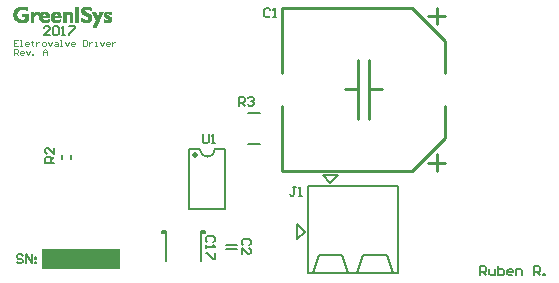
<source format=gto>
%FSLAX25Y25*%
%MOIN*%
G70*
G01*
G75*
G04 Layer_Color=65535*
%ADD10R,0.09449X0.12205*%
%ADD11R,0.08661X0.01969*%
G04:AMPARAMS|DCode=12|XSize=39.37mil|YSize=35.43mil|CornerRadius=4.43mil|HoleSize=0mil|Usage=FLASHONLY|Rotation=0.000|XOffset=0mil|YOffset=0mil|HoleType=Round|Shape=RoundedRectangle|*
%AMROUNDEDRECTD12*
21,1,0.03937,0.02658,0,0,0.0*
21,1,0.03051,0.03543,0,0,0.0*
1,1,0.00886,0.01526,-0.01329*
1,1,0.00886,-0.01526,-0.01329*
1,1,0.00886,-0.01526,0.01329*
1,1,0.00886,0.01526,0.01329*
%
%ADD12ROUNDEDRECTD12*%
G04:AMPARAMS|DCode=13|XSize=106.3mil|YSize=51.18mil|CornerRadius=6.4mil|HoleSize=0mil|Usage=FLASHONLY|Rotation=90.000|XOffset=0mil|YOffset=0mil|HoleType=Round|Shape=RoundedRectangle|*
%AMROUNDEDRECTD13*
21,1,0.10630,0.03839,0,0,90.0*
21,1,0.09350,0.05118,0,0,90.0*
1,1,0.01280,0.01919,0.04675*
1,1,0.01280,0.01919,-0.04675*
1,1,0.01280,-0.01919,-0.04675*
1,1,0.01280,-0.01919,0.04675*
%
%ADD13ROUNDEDRECTD13*%
G04:AMPARAMS|DCode=14|XSize=90.55mil|YSize=70.87mil|CornerRadius=8.86mil|HoleSize=0mil|Usage=FLASHONLY|Rotation=0.000|XOffset=0mil|YOffset=0mil|HoleType=Round|Shape=RoundedRectangle|*
%AMROUNDEDRECTD14*
21,1,0.09055,0.05315,0,0,0.0*
21,1,0.07284,0.07087,0,0,0.0*
1,1,0.01772,0.03642,-0.02658*
1,1,0.01772,-0.03642,-0.02658*
1,1,0.01772,-0.03642,0.02658*
1,1,0.01772,0.03642,0.02658*
%
%ADD14ROUNDEDRECTD14*%
G04:AMPARAMS|DCode=15|XSize=224.41mil|YSize=78.74mil|CornerRadius=9.84mil|HoleSize=0mil|Usage=FLASHONLY|Rotation=0.000|XOffset=0mil|YOffset=0mil|HoleType=Round|Shape=RoundedRectangle|*
%AMROUNDEDRECTD15*
21,1,0.22441,0.05906,0,0,0.0*
21,1,0.20472,0.07874,0,0,0.0*
1,1,0.01969,0.10236,-0.02953*
1,1,0.01969,-0.10236,-0.02953*
1,1,0.01969,-0.10236,0.02953*
1,1,0.01969,0.10236,0.02953*
%
%ADD15ROUNDEDRECTD15*%
%ADD16C,0.02000*%
%ADD17C,0.03543*%
%ADD18C,0.02756*%
%ADD19C,0.01500*%
%ADD20C,0.01800*%
%ADD21C,0.04000*%
G04:AMPARAMS|DCode=22|XSize=100mil|YSize=100mil|CornerRadius=12.5mil|HoleSize=0mil|Usage=FLASHONLY|Rotation=270.000|XOffset=0mil|YOffset=0mil|HoleType=Round|Shape=RoundedRectangle|*
%AMROUNDEDRECTD22*
21,1,0.10000,0.07500,0,0,270.0*
21,1,0.07500,0.10000,0,0,270.0*
1,1,0.02500,-0.03750,-0.03750*
1,1,0.02500,-0.03750,0.03750*
1,1,0.02500,0.03750,0.03750*
1,1,0.02500,0.03750,-0.03750*
%
%ADD22ROUNDEDRECTD22*%
%ADD23C,0.10000*%
%ADD24C,0.03150*%
%ADD25C,0.02362*%
%ADD26R,0.11811X0.03937*%
%ADD27R,0.07874X0.02756*%
%ADD28C,0.00787*%
%ADD29C,0.00050*%
%ADD30C,0.01969*%
%ADD31C,0.00500*%
%ADD32C,0.01000*%
%ADD33C,0.00600*%
%ADD34C,0.00300*%
%ADD35R,0.26000X0.07000*%
D28*
X557976Y149054D02*
G03*
X562976Y149054I2500J0D01*
G01*
X554400Y129054D02*
Y149054D01*
Y129054D02*
X566300D01*
Y149054D01*
X562976D02*
X566300D01*
X554400D02*
X557976D01*
D29*
X498200Y196600D02*
X499100D01*
X519750D02*
X520550D01*
X497950Y196550D02*
X499400D01*
X516500D02*
X517500D01*
X519500D02*
X520800D01*
X497750Y196500D02*
X499650D01*
X516500D02*
X517500D01*
X519350D02*
X520950D01*
X497550Y196450D02*
X499850D01*
X516500D02*
X517500D01*
X519200D02*
X521150D01*
X497400Y196400D02*
X500000D01*
X516500D02*
X517500D01*
X519100D02*
X521250D01*
X497300Y196350D02*
X500150D01*
X516500D02*
X517500D01*
X519050D02*
X521350D01*
X497200Y196300D02*
X500300D01*
X516500D02*
X517500D01*
X518950D02*
X521500D01*
X497100Y196250D02*
X500400D01*
X516500D02*
X517500D01*
X518900D02*
X521550D01*
X497000Y196200D02*
X500500D01*
X516500D02*
X517500D01*
X518850D02*
X521550D01*
X496900Y196150D02*
X500500D01*
X516500D02*
X517500D01*
X518800D02*
X521550D01*
X496850Y196100D02*
X500500D01*
X516500D02*
X517500D01*
X518750D02*
X521550D01*
X496800Y196050D02*
X500500D01*
X516500D02*
X517500D01*
X518700D02*
X521550D01*
X496700Y196000D02*
X500500D01*
X516500D02*
X517500D01*
X518650D02*
X521550D01*
X496650Y195950D02*
X500500D01*
X516500D02*
X517500D01*
X518600D02*
X521550D01*
X496600Y195900D02*
X500500D01*
X516500D02*
X517500D01*
X518600D02*
X521550D01*
X496550Y195850D02*
X500500D01*
X516500D02*
X517500D01*
X518550D02*
X519900D01*
X520450D02*
X521550D01*
X496500Y195800D02*
X500500D01*
X516500D02*
X517500D01*
X518500D02*
X519750D01*
X520650D02*
X521550D01*
X496450Y195750D02*
X498200D01*
X499250D02*
X500500D01*
X516500D02*
X517500D01*
X518500D02*
X519600D01*
X520850D02*
X521550D01*
X496400Y195700D02*
X498000D01*
X499500D02*
X500500D01*
X516500D02*
X517500D01*
X518500D02*
X519550D01*
X520950D02*
X521550D01*
X496350Y195650D02*
X497900D01*
X499700D02*
X500500D01*
X516500D02*
X517500D01*
X518450D02*
X519500D01*
X521100D02*
X521550D01*
X496300Y195600D02*
X497750D01*
X499850D02*
X500500D01*
X516500D02*
X517500D01*
X518450D02*
X519450D01*
X521200D02*
X521550D01*
X496250Y195550D02*
X497650D01*
X500000D02*
X500500D01*
X516500D02*
X517500D01*
X518450D02*
X519400D01*
X521300D02*
X521550D01*
X496250Y195500D02*
X497550D01*
X500100D02*
X500500D01*
X516500D02*
X517500D01*
X518450D02*
X519400D01*
X521400D02*
X521550D01*
X496200Y195450D02*
X497500D01*
X500250D02*
X500500D01*
X516500D02*
X517500D01*
X518400D02*
X519400D01*
X521500D02*
X521550D01*
X496150Y195400D02*
X497450D01*
X500350D02*
X500500D01*
X516500D02*
X517500D01*
X518400D02*
X519350D01*
X496150Y195350D02*
X497350D01*
X500450D02*
X500500D01*
X516500D02*
X517500D01*
X518400D02*
X519350D01*
X496100Y195300D02*
X497300D01*
X516500D02*
X517500D01*
X518400D02*
X519350D01*
X496100Y195250D02*
X497250D01*
X516500D02*
X517500D01*
X518400D02*
X519350D01*
X496050Y195200D02*
X497200D01*
X516500D02*
X517500D01*
X518400D02*
X519400D01*
X496050Y195150D02*
X497150D01*
X516500D02*
X517500D01*
X518400D02*
X519400D01*
X496000Y195100D02*
X497150D01*
X516500D02*
X517500D01*
X518400D02*
X519450D01*
X496000Y195050D02*
X497100D01*
X516500D02*
X517500D01*
X518400D02*
X519450D01*
X495950Y195000D02*
X497050D01*
X516500D02*
X517500D01*
X518450D02*
X519500D01*
X495950Y194950D02*
X497050D01*
X516500D02*
X517500D01*
X518450D02*
X519550D01*
X495900Y194900D02*
X497000D01*
X503300D02*
X503750D01*
X505700D02*
X506450D01*
X509600D02*
X510300D01*
X514000D02*
X514600D01*
X516500D02*
X517500D01*
X518450D02*
X519600D01*
X526800D02*
X527500D01*
X495900Y194850D02*
X496950D01*
X501600D02*
X502450D01*
X503200D02*
X503850D01*
X505500D02*
X506600D01*
X509400D02*
X510500D01*
X512300D02*
X513200D01*
X513850D02*
X514750D01*
X516500D02*
X517500D01*
X518450D02*
X519650D01*
X522050D02*
X523000D01*
X524600D02*
X525550D01*
X526600D02*
X527700D01*
X495900Y194800D02*
X496950D01*
X501600D02*
X502450D01*
X503100D02*
X503950D01*
X505350D02*
X506750D01*
X509250D02*
X510650D01*
X512300D02*
X513200D01*
X513700D02*
X514850D01*
X516500D02*
X517500D01*
X518500D02*
X519750D01*
X522050D02*
X523000D01*
X524600D02*
X525550D01*
X526450D02*
X527900D01*
X495850Y194750D02*
X496950D01*
X501600D02*
X502450D01*
X503050D02*
X504050D01*
X505250D02*
X506900D01*
X509150D02*
X510750D01*
X512300D02*
X513200D01*
X513600D02*
X514950D01*
X516500D02*
X517500D01*
X518500D02*
X519850D01*
X522100D02*
X523050D01*
X524550D02*
X525500D01*
X526350D02*
X528000D01*
X495850Y194700D02*
X496900D01*
X501600D02*
X502450D01*
X502950D02*
X504100D01*
X505150D02*
X506950D01*
X509050D02*
X510850D01*
X512300D02*
X513200D01*
X513550D02*
X515000D01*
X516500D02*
X517500D01*
X518500D02*
X519900D01*
X522100D02*
X523050D01*
X524550D02*
X525500D01*
X526250D02*
X528100D01*
X495850Y194650D02*
X496900D01*
X501600D02*
X502450D01*
X502900D02*
X504200D01*
X505100D02*
X507050D01*
X508950D02*
X510900D01*
X512300D02*
X513200D01*
X513450D02*
X515050D01*
X516500D02*
X517500D01*
X518550D02*
X520000D01*
X522150D02*
X523100D01*
X524500D02*
X525450D01*
X526200D02*
X528200D01*
X495850Y194600D02*
X496850D01*
X501600D02*
X502450D01*
X502850D02*
X504250D01*
X505000D02*
X507100D01*
X508900D02*
X511000D01*
X512300D02*
X513200D01*
X513400D02*
X515100D01*
X516500D02*
X517500D01*
X518550D02*
X520150D01*
X522150D02*
X523100D01*
X524500D02*
X525450D01*
X526150D02*
X528200D01*
X495800Y194550D02*
X496850D01*
X501600D02*
X502450D01*
X502850D02*
X504250D01*
X504950D02*
X507150D01*
X508850D02*
X511050D01*
X512300D02*
X513200D01*
X513350D02*
X515150D01*
X516500D02*
X517500D01*
X518600D02*
X520250D01*
X522200D02*
X523150D01*
X524450D02*
X525400D01*
X526100D02*
X528200D01*
X495800Y194500D02*
X496850D01*
X501600D02*
X502450D01*
X502800D02*
X504250D01*
X504900D02*
X507200D01*
X508800D02*
X511100D01*
X512300D02*
X513200D01*
X513300D02*
X515200D01*
X516500D02*
X517500D01*
X518600D02*
X520350D01*
X522200D02*
X523150D01*
X524450D02*
X525400D01*
X526050D02*
X528200D01*
X495800Y194450D02*
X496800D01*
X501600D02*
X502450D01*
X502750D02*
X504200D01*
X504850D02*
X507250D01*
X508750D02*
X511150D01*
X512300D02*
X513200D01*
X513250D02*
X515250D01*
X516500D02*
X517500D01*
X518650D02*
X520450D01*
X522250D02*
X523150D01*
X524450D02*
X525350D01*
X526000D02*
X528200D01*
X495800Y194400D02*
X496800D01*
X501600D02*
X502450D01*
X502700D02*
X504200D01*
X504800D02*
X507300D01*
X508700D02*
X511200D01*
X512300D02*
X515250D01*
X516500D02*
X517500D01*
X518700D02*
X520550D01*
X522250D02*
X523200D01*
X524400D02*
X525350D01*
X526000D02*
X528200D01*
X495800Y194350D02*
X496800D01*
X501600D02*
X502450D01*
X502700D02*
X504150D01*
X504750D02*
X507350D01*
X508650D02*
X511200D01*
X512300D02*
X515300D01*
X516500D02*
X517500D01*
X518750D02*
X520650D01*
X522300D02*
X523200D01*
X524400D02*
X525300D01*
X525950D02*
X528200D01*
X495800Y194300D02*
X496800D01*
X501600D02*
X502450D01*
X502650D02*
X504150D01*
X504700D02*
X505850D01*
X506350D02*
X507400D01*
X508600D02*
X509750D01*
X510250D02*
X511250D01*
X512300D02*
X515350D01*
X516500D02*
X517500D01*
X518750D02*
X520750D01*
X522300D02*
X523250D01*
X524350D02*
X525300D01*
X525950D02*
X526950D01*
X527400D02*
X528200D01*
X495800Y194250D02*
X496800D01*
X501600D02*
X502450D01*
X502650D02*
X504150D01*
X504700D02*
X505700D01*
X506500D02*
X507400D01*
X508550D02*
X509600D01*
X510350D02*
X511300D01*
X512300D02*
X513800D01*
X514150D02*
X515350D01*
X516500D02*
X517500D01*
X518800D02*
X520850D01*
X522350D02*
X523250D01*
X524350D02*
X525300D01*
X525900D02*
X526800D01*
X527600D02*
X528200D01*
X495800Y194200D02*
X496800D01*
X501600D02*
X502450D01*
X502600D02*
X504100D01*
X504650D02*
X505650D01*
X506550D02*
X507450D01*
X508550D02*
X509500D01*
X510450D02*
X511300D01*
X512300D02*
X513700D01*
X514300D02*
X515350D01*
X516500D02*
X517500D01*
X518900D02*
X520950D01*
X522350D02*
X523300D01*
X524300D02*
X525250D01*
X525900D02*
X526750D01*
X527750D02*
X528200D01*
X495800Y194150D02*
X496800D01*
X501600D02*
X502450D01*
X502550D02*
X504100D01*
X504600D02*
X505600D01*
X506600D02*
X507450D01*
X508500D02*
X509450D01*
X510500D02*
X511350D01*
X512300D02*
X513600D01*
X514350D02*
X515400D01*
X516500D02*
X517500D01*
X518950D02*
X521050D01*
X522400D02*
X523300D01*
X524300D02*
X525250D01*
X525900D02*
X526750D01*
X527850D02*
X528200D01*
X495800Y194100D02*
X496750D01*
X501600D02*
X502450D01*
X502550D02*
X503200D01*
X503400D02*
X504050D01*
X504600D02*
X505550D01*
X506650D02*
X507500D01*
X508450D02*
X509400D01*
X510550D02*
X511350D01*
X512300D02*
X513550D01*
X514400D02*
X515400D01*
X516500D02*
X517500D01*
X519000D02*
X521100D01*
X522400D02*
X523350D01*
X524300D02*
X525200D01*
X525900D02*
X526700D01*
X527950D02*
X528200D01*
X495800Y194050D02*
X496750D01*
X501600D02*
X502450D01*
X502500D02*
X503100D01*
X503550D02*
X504050D01*
X504550D02*
X505500D01*
X506700D02*
X507500D01*
X508450D02*
X509350D01*
X510550D02*
X511400D01*
X512300D02*
X513450D01*
X514450D02*
X515400D01*
X516500D02*
X517500D01*
X519050D02*
X521150D01*
X522450D02*
X523350D01*
X524250D02*
X525200D01*
X525850D02*
X526700D01*
X528050D02*
X528200D01*
X495800Y194000D02*
X496750D01*
X498800D02*
X500600D01*
X501600D02*
X503000D01*
X503650D02*
X504050D01*
X504550D02*
X505450D01*
X506750D02*
X507550D01*
X508400D02*
X509350D01*
X510600D02*
X511400D01*
X512300D02*
X513400D01*
X514500D02*
X515450D01*
X516500D02*
X517500D01*
X519150D02*
X521250D01*
X522450D02*
X523350D01*
X524250D02*
X525150D01*
X525850D02*
X526700D01*
X528150D02*
X528200D01*
X495800Y193950D02*
X496750D01*
X498800D02*
X500600D01*
X501600D02*
X502900D01*
X503750D02*
X504000D01*
X504500D02*
X505400D01*
X506750D02*
X507550D01*
X508400D02*
X509300D01*
X510650D02*
X511450D01*
X512300D02*
X513350D01*
X514500D02*
X515450D01*
X516500D02*
X517500D01*
X519200D02*
X521300D01*
X522500D02*
X523400D01*
X524200D02*
X525150D01*
X525850D02*
X526750D01*
X495800Y193900D02*
X496750D01*
X498800D02*
X500600D01*
X501600D02*
X502850D01*
X503850D02*
X504000D01*
X504500D02*
X505400D01*
X506800D02*
X507600D01*
X508400D02*
X509250D01*
X510650D02*
X511450D01*
X512300D02*
X513350D01*
X514550D02*
X515450D01*
X516500D02*
X517500D01*
X519300D02*
X521350D01*
X522500D02*
X523400D01*
X524200D02*
X525100D01*
X525850D02*
X526800D01*
X495800Y193850D02*
X496750D01*
X498800D02*
X500600D01*
X501600D02*
X502800D01*
X503900D02*
X503950D01*
X504500D02*
X505350D01*
X506800D02*
X507600D01*
X508350D02*
X509250D01*
X510700D02*
X511450D01*
X512300D02*
X513300D01*
X514550D02*
X515450D01*
X516500D02*
X517500D01*
X519400D02*
X521400D01*
X522550D02*
X523450D01*
X524150D02*
X525100D01*
X525850D02*
X526850D01*
X495800Y193800D02*
X496800D01*
X498800D02*
X500600D01*
X501600D02*
X502750D01*
X504450D02*
X505350D01*
X506800D02*
X507600D01*
X508350D02*
X509250D01*
X510700D02*
X511500D01*
X512300D02*
X513250D01*
X514550D02*
X515450D01*
X516500D02*
X517500D01*
X519500D02*
X521450D01*
X522550D02*
X523450D01*
X524150D02*
X525050D01*
X525900D02*
X526900D01*
X495800Y193750D02*
X496800D01*
X498800D02*
X500600D01*
X501600D02*
X502700D01*
X504450D02*
X505350D01*
X506850D02*
X507600D01*
X508350D02*
X509200D01*
X510700D02*
X511500D01*
X512300D02*
X513200D01*
X514550D02*
X515450D01*
X516500D02*
X517500D01*
X519600D02*
X521500D01*
X522550D02*
X523500D01*
X524100D02*
X525050D01*
X525900D02*
X527000D01*
X495800Y193700D02*
X496800D01*
X498800D02*
X500600D01*
X501600D02*
X502700D01*
X504450D02*
X505300D01*
X506850D02*
X507650D01*
X508300D02*
X509200D01*
X510750D02*
X511500D01*
X512300D02*
X513200D01*
X514600D02*
X515450D01*
X516500D02*
X517500D01*
X519700D02*
X521550D01*
X522600D02*
X523500D01*
X524100D02*
X525000D01*
X525900D02*
X527100D01*
X495800Y193650D02*
X496800D01*
X498800D02*
X500600D01*
X501600D02*
X502650D01*
X504450D02*
X505300D01*
X506850D02*
X507650D01*
X508300D02*
X509200D01*
X510750D02*
X511500D01*
X512300D02*
X513200D01*
X514600D02*
X515450D01*
X516500D02*
X517500D01*
X519800D02*
X521550D01*
X522600D02*
X523550D01*
X524100D02*
X525000D01*
X525900D02*
X527200D01*
X495800Y193600D02*
X496800D01*
X498800D02*
X500600D01*
X501600D02*
X502600D01*
X504400D02*
X505300D01*
X506850D02*
X507650D01*
X508300D02*
X509150D01*
X510750D02*
X511550D01*
X512300D02*
X513200D01*
X514600D02*
X515450D01*
X516500D02*
X517500D01*
X519900D02*
X521600D01*
X522650D02*
X523550D01*
X524050D02*
X525000D01*
X525950D02*
X527300D01*
X495800Y193550D02*
X496800D01*
X498800D02*
X500600D01*
X501600D02*
X502600D01*
X504400D02*
X505300D01*
X506850D02*
X507650D01*
X508300D02*
X509150D01*
X510750D02*
X511550D01*
X512300D02*
X513200D01*
X514600D02*
X515450D01*
X516500D02*
X517500D01*
X520000D02*
X521600D01*
X522650D02*
X523550D01*
X524050D02*
X524950D01*
X525950D02*
X527400D01*
X495800Y193500D02*
X496800D01*
X498800D02*
X500600D01*
X501600D02*
X502550D01*
X504400D02*
X507650D01*
X508300D02*
X511550D01*
X512300D02*
X513200D01*
X514600D02*
X515450D01*
X516500D02*
X517500D01*
X520100D02*
X521650D01*
X522700D02*
X523600D01*
X524000D02*
X524950D01*
X526000D02*
X527500D01*
X495800Y193450D02*
X496850D01*
X498800D02*
X500600D01*
X501600D02*
X502550D01*
X504400D02*
X507650D01*
X508250D02*
X511550D01*
X512300D02*
X513200D01*
X514600D02*
X515450D01*
X516500D02*
X517500D01*
X520200D02*
X521650D01*
X522700D02*
X523600D01*
X524000D02*
X524900D01*
X526000D02*
X527550D01*
X495850Y193400D02*
X496850D01*
X498800D02*
X500600D01*
X501600D02*
X502550D01*
X504400D02*
X507700D01*
X508250D02*
X511550D01*
X512300D02*
X513200D01*
X514600D02*
X515450D01*
X516500D02*
X517500D01*
X520300D02*
X521700D01*
X522750D02*
X523650D01*
X523950D02*
X524900D01*
X526050D02*
X527650D01*
X495850Y193350D02*
X496850D01*
X498800D02*
X500600D01*
X501600D02*
X502500D01*
X504400D02*
X507700D01*
X508250D02*
X511550D01*
X512300D02*
X513200D01*
X514600D02*
X515450D01*
X516500D02*
X517500D01*
X520400D02*
X521700D01*
X522750D02*
X523650D01*
X523950D02*
X524850D01*
X526100D02*
X527750D01*
X495850Y193300D02*
X496900D01*
X499600D02*
X500600D01*
X501600D02*
X502500D01*
X504400D02*
X507700D01*
X508250D02*
X511550D01*
X512300D02*
X513200D01*
X514600D02*
X515450D01*
X516500D02*
X517500D01*
X520450D02*
X521750D01*
X522800D02*
X523700D01*
X523900D02*
X524850D01*
X526150D02*
X527800D01*
X495850Y193250D02*
X496900D01*
X499650D02*
X500600D01*
X501600D02*
X502500D01*
X504350D02*
X507700D01*
X508250D02*
X511550D01*
X512300D02*
X513200D01*
X514600D02*
X515450D01*
X516500D02*
X517500D01*
X520550D02*
X521750D01*
X522800D02*
X523700D01*
X523900D02*
X524800D01*
X526200D02*
X527900D01*
X495900Y193200D02*
X496950D01*
X499650D02*
X500600D01*
X501600D02*
X502450D01*
X504350D02*
X507700D01*
X508250D02*
X511550D01*
X512300D02*
X513200D01*
X514600D02*
X515450D01*
X516500D02*
X517500D01*
X520600D02*
X521750D01*
X522850D02*
X523750D01*
X523850D02*
X524800D01*
X526300D02*
X527950D01*
X495900Y193150D02*
X496950D01*
X499650D02*
X500600D01*
X501600D02*
X502450D01*
X504350D02*
X507700D01*
X508250D02*
X511550D01*
X512300D02*
X513200D01*
X514600D02*
X515450D01*
X516500D02*
X517500D01*
X520650D02*
X521750D01*
X522850D02*
X523750D01*
X523850D02*
X524750D01*
X526350D02*
X528000D01*
X495900Y193100D02*
X497000D01*
X499650D02*
X500600D01*
X501600D02*
X502450D01*
X504350D02*
X507700D01*
X508250D02*
X511550D01*
X512300D02*
X513200D01*
X514600D02*
X515450D01*
X516500D02*
X517500D01*
X520700D02*
X521750D01*
X522900D02*
X523750D01*
X523850D02*
X524750D01*
X526450D02*
X528050D01*
X495950Y193050D02*
X497000D01*
X499650D02*
X500600D01*
X501600D02*
X502450D01*
X504400D02*
X507700D01*
X508250D02*
X511550D01*
X512300D02*
X513200D01*
X514600D02*
X515450D01*
X516500D02*
X517500D01*
X520750D02*
X521750D01*
X522900D02*
X524750D01*
X526500D02*
X528100D01*
X495950Y193000D02*
X497050D01*
X499650D02*
X500600D01*
X501600D02*
X502450D01*
X504400D02*
X505300D01*
X508250D02*
X509200D01*
X511500D02*
X511550D01*
X512300D02*
X513200D01*
X514600D02*
X515450D01*
X516500D02*
X517500D01*
X520750D02*
X521800D01*
X522950D02*
X524700D01*
X526600D02*
X528150D01*
X496000Y192950D02*
X497100D01*
X499650D02*
X500600D01*
X501600D02*
X502450D01*
X504400D02*
X505300D01*
X508250D02*
X509150D01*
X512300D02*
X513200D01*
X514600D02*
X515450D01*
X516500D02*
X517500D01*
X520800D02*
X521800D01*
X522950D02*
X524700D01*
X526700D02*
X528200D01*
X496000Y192900D02*
X497100D01*
X499650D02*
X500600D01*
X501600D02*
X502450D01*
X504400D02*
X505300D01*
X508250D02*
X509150D01*
X512300D02*
X513200D01*
X514600D02*
X515450D01*
X516500D02*
X517500D01*
X520800D02*
X521800D01*
X523000D02*
X524650D01*
X526800D02*
X528250D01*
X496050Y192850D02*
X497150D01*
X499650D02*
X500600D01*
X501600D02*
X502450D01*
X504400D02*
X505300D01*
X508300D02*
X509150D01*
X512300D02*
X513200D01*
X514600D02*
X515450D01*
X516500D02*
X517500D01*
X520800D02*
X521800D01*
X523000D02*
X524650D01*
X526950D02*
X528250D01*
X496050Y192800D02*
X497200D01*
X499650D02*
X500600D01*
X501600D02*
X502450D01*
X504400D02*
X505300D01*
X508300D02*
X509200D01*
X512300D02*
X513200D01*
X514600D02*
X515450D01*
X516500D02*
X517500D01*
X520800D02*
X521800D01*
X523050D02*
X524600D01*
X527000D02*
X528300D01*
X496100Y192750D02*
X497250D01*
X499650D02*
X500600D01*
X501600D02*
X502450D01*
X504400D02*
X505350D01*
X508300D02*
X509200D01*
X512300D02*
X513200D01*
X514600D02*
X515450D01*
X516500D02*
X517500D01*
X518450D02*
X518550D01*
X520800D02*
X521800D01*
X523050D02*
X524600D01*
X527100D02*
X528300D01*
X496100Y192700D02*
X497300D01*
X499650D02*
X500600D01*
X501600D02*
X502450D01*
X504450D02*
X505350D01*
X508300D02*
X509200D01*
X512300D02*
X513200D01*
X514600D02*
X515450D01*
X516500D02*
X517500D01*
X518500D02*
X518650D01*
X520800D02*
X521800D01*
X523050D02*
X524550D01*
X527200D02*
X528300D01*
X496150Y192650D02*
X497350D01*
X499650D02*
X500600D01*
X501600D02*
X502450D01*
X504450D02*
X505350D01*
X508300D02*
X509250D01*
X512300D02*
X513200D01*
X514600D02*
X515450D01*
X516500D02*
X517500D01*
X518500D02*
X518700D01*
X520800D02*
X521750D01*
X523100D02*
X524550D01*
X527300D02*
X528350D01*
X496150Y192600D02*
X497450D01*
X499650D02*
X500600D01*
X501600D02*
X502450D01*
X504450D02*
X505400D01*
X508350D02*
X509250D01*
X512300D02*
X513200D01*
X514600D02*
X515450D01*
X516500D02*
X517500D01*
X518500D02*
X518750D01*
X520800D02*
X521750D01*
X523100D02*
X524500D01*
X527350D02*
X528350D01*
X496200Y192550D02*
X497500D01*
X499650D02*
X500600D01*
X501600D02*
X502450D01*
X504450D02*
X505400D01*
X508350D02*
X509300D01*
X512300D02*
X513200D01*
X514600D02*
X515450D01*
X516500D02*
X517500D01*
X518500D02*
X518850D01*
X520800D02*
X521750D01*
X523150D02*
X524500D01*
X527400D02*
X528350D01*
X496250Y192500D02*
X497600D01*
X499650D02*
X500600D01*
X501600D02*
X502450D01*
X504500D02*
X505450D01*
X508350D02*
X509300D01*
X512300D02*
X513200D01*
X514600D02*
X515450D01*
X516500D02*
X517500D01*
X518500D02*
X518900D01*
X520750D02*
X521750D01*
X523150D02*
X524500D01*
X527450D02*
X528350D01*
X496300Y192450D02*
X497650D01*
X499650D02*
X500600D01*
X501600D02*
X502450D01*
X504500D02*
X505450D01*
X508400D02*
X509350D01*
X512300D02*
X513200D01*
X514600D02*
X515450D01*
X516500D02*
X517500D01*
X518500D02*
X519000D01*
X520750D02*
X521750D01*
X523200D02*
X524450D01*
X527500D02*
X528350D01*
X496300Y192400D02*
X497750D01*
X499550D02*
X500600D01*
X501600D02*
X502450D01*
X504500D02*
X505500D01*
X507550D02*
X507650D01*
X508400D02*
X509400D01*
X511400D02*
X511500D01*
X512300D02*
X513200D01*
X514600D02*
X515450D01*
X516500D02*
X517500D01*
X518500D02*
X519100D01*
X520700D02*
X521700D01*
X523200D02*
X524450D01*
X527500D02*
X528350D01*
X496350Y192350D02*
X497900D01*
X499400D02*
X500600D01*
X501600D02*
X502450D01*
X504550D02*
X505550D01*
X507450D02*
X507650D01*
X508450D02*
X509400D01*
X511350D02*
X511500D01*
X512300D02*
X513200D01*
X514600D02*
X515450D01*
X516500D02*
X517500D01*
X518500D02*
X519200D01*
X520650D02*
X521700D01*
X523250D02*
X524400D01*
X525900D02*
X526000D01*
X527500D02*
X528350D01*
X496400Y192300D02*
X498100D01*
X499250D02*
X500600D01*
X501600D02*
X502450D01*
X504550D02*
X505600D01*
X507400D02*
X507650D01*
X508450D02*
X509450D01*
X511250D02*
X511500D01*
X512300D02*
X513200D01*
X514600D02*
X515450D01*
X516500D02*
X517500D01*
X518500D02*
X519300D01*
X520600D02*
X521700D01*
X523250D02*
X524400D01*
X525900D02*
X526100D01*
X527500D02*
X528350D01*
X496450Y192250D02*
X498300D01*
X499000D02*
X500600D01*
X501600D02*
X502450D01*
X504600D02*
X505650D01*
X507300D02*
X507650D01*
X508450D02*
X509550D01*
X511150D02*
X511500D01*
X512300D02*
X513200D01*
X514600D02*
X515450D01*
X516500D02*
X517500D01*
X518500D02*
X519450D01*
X520500D02*
X521650D01*
X523300D02*
X524350D01*
X525900D02*
X526200D01*
X527500D02*
X528350D01*
X496500Y192200D02*
X500600D01*
X501600D02*
X502450D01*
X504650D02*
X505700D01*
X507200D02*
X507650D01*
X508500D02*
X509600D01*
X511050D02*
X511500D01*
X512300D02*
X513200D01*
X514600D02*
X515450D01*
X516500D02*
X517500D01*
X518500D02*
X519600D01*
X520350D02*
X521650D01*
X523300D02*
X524350D01*
X525900D02*
X526300D01*
X527450D02*
X528350D01*
X496550Y192150D02*
X500600D01*
X501600D02*
X502450D01*
X504650D02*
X505800D01*
X507050D02*
X507650D01*
X508550D02*
X509700D01*
X510950D02*
X511500D01*
X512300D02*
X513200D01*
X514600D02*
X515450D01*
X516500D02*
X517500D01*
X518500D02*
X521600D01*
X523350D02*
X524300D01*
X525900D02*
X526450D01*
X527400D02*
X528300D01*
X496600Y192100D02*
X500600D01*
X501600D02*
X502450D01*
X504700D02*
X505900D01*
X506950D02*
X507650D01*
X508550D02*
X509800D01*
X510800D02*
X511500D01*
X512300D02*
X513200D01*
X514600D02*
X515450D01*
X516500D02*
X517500D01*
X518500D02*
X521600D01*
X523350D02*
X524300D01*
X525900D02*
X526600D01*
X527350D02*
X528300D01*
X496650Y192050D02*
X500600D01*
X501600D02*
X502450D01*
X504750D02*
X506100D01*
X506750D02*
X507650D01*
X508600D02*
X510000D01*
X510600D02*
X511500D01*
X512300D02*
X513200D01*
X514600D02*
X515450D01*
X516500D02*
X517500D01*
X518500D02*
X521550D01*
X523350D02*
X524250D01*
X525900D02*
X526800D01*
X527150D02*
X528300D01*
X496750Y192000D02*
X500600D01*
X501600D02*
X502450D01*
X504750D02*
X507650D01*
X508650D02*
X511500D01*
X512300D02*
X513200D01*
X514600D02*
X515450D01*
X516500D02*
X517500D01*
X518500D02*
X521500D01*
X523300D02*
X524250D01*
X525900D02*
X528250D01*
X496800Y191950D02*
X500600D01*
X501600D02*
X502450D01*
X504800D02*
X507650D01*
X508700D02*
X511500D01*
X512300D02*
X513200D01*
X514600D02*
X515450D01*
X516500D02*
X517500D01*
X518450D02*
X521450D01*
X523300D02*
X524200D01*
X525900D02*
X528250D01*
X496850Y191900D02*
X500500D01*
X501600D02*
X502450D01*
X504850D02*
X507650D01*
X508750D02*
X511500D01*
X512300D02*
X513200D01*
X514600D02*
X515450D01*
X516500D02*
X517500D01*
X518450D02*
X521400D01*
X523250D02*
X524200D01*
X525900D02*
X528200D01*
X496950Y191850D02*
X500450D01*
X501600D02*
X502450D01*
X504900D02*
X507650D01*
X508800D02*
X511500D01*
X512300D02*
X513200D01*
X514600D02*
X515450D01*
X516500D02*
X517500D01*
X518500D02*
X521350D01*
X523250D02*
X524200D01*
X525900D02*
X528200D01*
X497050Y191800D02*
X500350D01*
X501600D02*
X502450D01*
X505000D02*
X507600D01*
X508850D02*
X511500D01*
X512300D02*
X513200D01*
X514600D02*
X515450D01*
X516500D02*
X517500D01*
X518600D02*
X521300D01*
X523200D02*
X524150D01*
X525900D02*
X528150D01*
X497100Y191750D02*
X500250D01*
X501600D02*
X502450D01*
X505050D02*
X507550D01*
X508900D02*
X511400D01*
X512300D02*
X513200D01*
X514600D02*
X515450D01*
X516500D02*
X517500D01*
X518700D02*
X521250D01*
X523200D02*
X524150D01*
X525900D02*
X528100D01*
X497200Y191700D02*
X500150D01*
X501600D02*
X502450D01*
X505100D02*
X507450D01*
X509000D02*
X511350D01*
X512300D02*
X513200D01*
X514600D02*
X515450D01*
X516500D02*
X517500D01*
X518800D02*
X521200D01*
X523150D02*
X524100D01*
X525900D02*
X528050D01*
X497350Y191650D02*
X500000D01*
X501600D02*
X502450D01*
X505200D02*
X507350D01*
X509100D02*
X511250D01*
X512300D02*
X513200D01*
X514600D02*
X515450D01*
X516500D02*
X517500D01*
X518900D02*
X521100D01*
X523150D02*
X524100D01*
X525950D02*
X527950D01*
X497450Y191600D02*
X499850D01*
X501600D02*
X502450D01*
X505300D02*
X507250D01*
X509150D02*
X511100D01*
X512300D02*
X513200D01*
X514600D02*
X515450D01*
X516500D02*
X517500D01*
X519000D02*
X521000D01*
X523100D02*
X524050D01*
X526050D02*
X527900D01*
X497600Y191550D02*
X499700D01*
X501600D02*
X502450D01*
X505400D02*
X507150D01*
X509250D02*
X511000D01*
X512300D02*
X513200D01*
X514600D02*
X515450D01*
X516500D02*
X517500D01*
X519150D02*
X520900D01*
X523100D02*
X524050D01*
X526150D02*
X527800D01*
X497800Y191500D02*
X499500D01*
X501600D02*
X502450D01*
X505550D02*
X506950D01*
X509400D02*
X510800D01*
X512300D02*
X513200D01*
X514600D02*
X515450D01*
X516550D02*
X517450D01*
X519300D02*
X520750D01*
X523100D02*
X524000D01*
X526350D02*
X527700D01*
X498050Y191450D02*
X499250D01*
X505750D02*
X506750D01*
X509600D02*
X510600D01*
X519550D02*
X520550D01*
X523050D02*
X524000D01*
X526550D02*
X527550D01*
X523050Y191400D02*
X523950D01*
X523000Y191350D02*
X523950D01*
X523000Y191300D02*
X523900D01*
X522950Y191250D02*
X523900D01*
X522950Y191200D02*
X523900D01*
X522900Y191150D02*
X523850D01*
X522900Y191100D02*
X523850D01*
X522850Y191050D02*
X523800D01*
X522850Y191000D02*
X523800D01*
X522800Y190950D02*
X523750D01*
X522800Y190900D02*
X523750D01*
X522800Y190850D02*
X523700D01*
X522750Y190800D02*
X523700D01*
X522750Y190750D02*
X523650D01*
X522700Y190700D02*
X523650D01*
X522700Y190650D02*
X523600D01*
X522650Y190600D02*
X523600D01*
X522650Y190550D02*
X523600D01*
X522600Y190500D02*
X523550D01*
X522600Y190450D02*
X523550D01*
X522550Y190400D02*
X523500D01*
X522550Y190350D02*
X523500D01*
X522500Y190300D02*
X523450D01*
X522500Y190250D02*
X523450D01*
X522500Y190200D02*
X523400D01*
X522450Y190150D02*
X523400D01*
X522450Y190100D02*
X523350D01*
X522400Y190050D02*
X523350D01*
X522400Y190000D02*
X523350D01*
X522350Y189950D02*
X523300D01*
X522350Y189900D02*
X523300D01*
X522300Y189850D02*
X523250D01*
X522300Y189800D02*
X523250D01*
D30*
X556235Y147254D02*
X556335D01*
D31*
X612327Y113822D02*
X620201D01*
X610358Y107917D02*
X612327Y113822D01*
X620201D02*
X622169Y107917D01*
X597563Y113822D02*
X605437D01*
X595595Y107917D02*
X597563Y113822D01*
X605437D02*
X607406Y107917D01*
X624138D02*
Y136657D01*
X594000Y107917D02*
X624138D01*
X594000D02*
Y136657D01*
X624138D01*
X601500Y137800D02*
X604000Y140300D01*
X599000D02*
X604000D01*
X599000D02*
X601500Y137800D01*
X590500Y124000D02*
X593000Y121500D01*
X590500Y119000D02*
Y124000D01*
Y119000D02*
X593000Y121500D01*
X566625Y117200D02*
X570375D01*
X566625Y115800D02*
X570375D01*
X511900Y145900D02*
Y147100D01*
X515100Y145900D02*
Y147100D01*
X574100Y161272D02*
X577900D01*
X574000Y150728D02*
X578000D01*
X546594Y111669D02*
Y121906D01*
X545413D02*
X546594D01*
X558405D02*
X559587D01*
X558405Y111669D02*
Y121906D01*
Y121512D02*
X559587D01*
X558405Y121118D02*
X559587D01*
Y121906D01*
X545413Y121118D02*
Y121906D01*
Y121118D02*
X546594D01*
X545413Y121512D02*
X546594D01*
D32*
X636909Y196165D02*
X636909Y190654D01*
X634154Y193410D02*
X639665Y193409D01*
X606201Y169000D02*
X610532D01*
X614468D02*
X618799D01*
X614468Y159158D02*
Y178842D01*
X610532Y159158D02*
Y178842D01*
X639665Y174512D02*
Y185142D01*
X585335Y174512D02*
Y196165D01*
X628642D01*
X639665Y185142D01*
X628642Y141835D02*
X639665Y152858D01*
X585335Y141835D02*
X628642D01*
X585335D02*
Y163488D01*
X639665Y152858D02*
Y163488D01*
X634154Y144590D02*
X639665Y144591D01*
X636909Y141835D02*
X636909Y147346D01*
D33*
X498999Y113499D02*
X498499Y113999D01*
X497500D01*
X497000Y113499D01*
Y112999D01*
X497500Y112499D01*
X498499D01*
X498999Y112000D01*
Y111500D01*
X498499Y111000D01*
X497500D01*
X497000Y111500D01*
X499999Y111000D02*
Y113999D01*
X501998Y111000D01*
Y113999D01*
X502998Y112999D02*
X503498D01*
Y112499D01*
X502998D01*
Y112999D01*
Y111500D02*
X503498D01*
Y111000D01*
X502998D01*
Y111500D01*
X507999Y187000D02*
X506000D01*
X507999Y188999D01*
Y189499D01*
X507500Y189999D01*
X506500D01*
X506000Y189499D01*
X508999D02*
X509499Y189999D01*
X510499D01*
X510998Y189499D01*
Y187500D01*
X510499Y187000D01*
X509499D01*
X508999Y187500D01*
Y189499D01*
X511998Y187000D02*
X512998D01*
X512498D01*
Y189999D01*
X511998Y189499D01*
X514497Y189999D02*
X516497D01*
Y189499D01*
X514497Y187500D01*
Y187000D01*
X562499Y118001D02*
X562999Y118500D01*
Y119500D01*
X562499Y120000D01*
X560500D01*
X560000Y119500D01*
Y118500D01*
X560500Y118001D01*
X560000Y117001D02*
Y116001D01*
Y116501D01*
X562999D01*
X562499Y117001D01*
X562999Y114502D02*
Y112502D01*
X562499D01*
X560500Y114502D01*
X560000D01*
X571000Y163500D02*
Y166499D01*
X572500D01*
X572999Y165999D01*
Y164999D01*
X572500Y164500D01*
X571000D01*
X572000D02*
X572999Y163500D01*
X573999Y165999D02*
X574499Y166499D01*
X575498D01*
X575998Y165999D01*
Y165499D01*
X575498Y164999D01*
X574999D01*
X575498D01*
X575998Y164500D01*
Y164000D01*
X575498Y163500D01*
X574499D01*
X573999Y164000D01*
X581499Y195499D02*
X581000Y195999D01*
X580000D01*
X579500Y195499D01*
Y193500D01*
X580000Y193000D01*
X581000D01*
X581499Y193500D01*
X582499Y193000D02*
X583499D01*
X582999D01*
Y195999D01*
X582499Y195499D01*
X559000Y153999D02*
Y151500D01*
X559500Y151000D01*
X560499D01*
X560999Y151500D01*
Y153999D01*
X561999Y151000D02*
X562999D01*
X562499D01*
Y153999D01*
X561999Y153499D01*
X509500Y144500D02*
X506501D01*
Y146000D01*
X507001Y146499D01*
X508001D01*
X508500Y146000D01*
Y144500D01*
Y145500D02*
X509500Y146499D01*
Y149498D02*
Y147499D01*
X507501Y149498D01*
X507001D01*
X506501Y148999D01*
Y147999D01*
X507001Y147499D01*
X589999Y136499D02*
X589000D01*
X589500D01*
Y134000D01*
X589000Y133500D01*
X588500D01*
X588000Y134000D01*
X590999Y133500D02*
X591999D01*
X591499D01*
Y136499D01*
X590999Y135999D01*
X574499Y117001D02*
X574999Y117500D01*
Y118500D01*
X574499Y119000D01*
X572500D01*
X572000Y118500D01*
Y117500D01*
X572500Y117001D01*
X572000Y114002D02*
Y116001D01*
X573999Y114002D01*
X574499D01*
X574999Y114501D01*
Y115501D01*
X574499Y116001D01*
X651500Y107000D02*
Y109999D01*
X652999D01*
X653499Y109499D01*
Y108500D01*
X652999Y108000D01*
X651500D01*
X652500D02*
X653499Y107000D01*
X654499Y108999D02*
Y107500D01*
X654999Y107000D01*
X656498D01*
Y108999D01*
X657498Y109999D02*
Y107000D01*
X658998D01*
X659497Y107500D01*
Y108000D01*
Y108500D01*
X658998Y108999D01*
X657498D01*
X661997Y107000D02*
X660997D01*
X660497Y107500D01*
Y108500D01*
X660997Y108999D01*
X661997D01*
X662496Y108500D01*
Y108000D01*
X660497D01*
X663496Y107000D02*
Y108999D01*
X664996D01*
X665495Y108500D01*
Y107000D01*
X669494D02*
Y109999D01*
X670994D01*
X671493Y109499D01*
Y108500D01*
X670994Y108000D01*
X669494D01*
X670494D02*
X671493Y107000D01*
X672493D02*
Y107500D01*
X672993D01*
Y107000D01*
X672493D01*
D34*
X497333Y185499D02*
X496000D01*
Y183500D01*
X497333D01*
X496000Y184500D02*
X496666D01*
X497999Y183500D02*
X498666D01*
X498333D01*
Y185499D01*
X497999D01*
X500665Y183500D02*
X499999D01*
X499665Y183833D01*
Y184500D01*
X499999Y184833D01*
X500665D01*
X500998Y184500D01*
Y184167D01*
X499665D01*
X501998Y185166D02*
Y184833D01*
X501665D01*
X502331D01*
X501998D01*
Y183833D01*
X502331Y183500D01*
X503331Y184833D02*
Y183500D01*
Y184167D01*
X503664Y184500D01*
X503997Y184833D01*
X504331D01*
X505663Y183500D02*
X506330D01*
X506663Y183833D01*
Y184500D01*
X506330Y184833D01*
X505663D01*
X505330Y184500D01*
Y183833D01*
X505663Y183500D01*
X507330Y184833D02*
X507996Y183500D01*
X508663Y184833D01*
X509662D02*
X510329D01*
X510662Y184500D01*
Y183500D01*
X509662D01*
X509329Y183833D01*
X509662Y184167D01*
X510662D01*
X511328Y183500D02*
X511995D01*
X511662D01*
Y185499D01*
X511328D01*
X512994Y184833D02*
X513661Y183500D01*
X514327Y184833D01*
X515993Y183500D02*
X515327D01*
X514994Y183833D01*
Y184500D01*
X515327Y184833D01*
X515993D01*
X516327Y184500D01*
Y184167D01*
X514994D01*
X518993Y185499D02*
Y183500D01*
X519992D01*
X520325Y183833D01*
Y185166D01*
X519992Y185499D01*
X518993D01*
X520992Y184833D02*
Y183500D01*
Y184167D01*
X521325Y184500D01*
X521658Y184833D01*
X521992D01*
X522991Y183500D02*
X523658D01*
X523324D01*
Y184833D01*
X522991D01*
X524657D02*
X525324Y183500D01*
X525990Y184833D01*
X527656Y183500D02*
X526990D01*
X526657Y183833D01*
Y184500D01*
X526990Y184833D01*
X527656D01*
X527990Y184500D01*
Y184167D01*
X526657D01*
X528656Y184833D02*
Y183500D01*
Y184167D01*
X528989Y184500D01*
X529322Y184833D01*
X529656D01*
X496000Y180500D02*
Y182499D01*
X497000D01*
X497333Y182166D01*
Y181500D01*
X497000Y181167D01*
X496000D01*
X496666D02*
X497333Y180500D01*
X498999D02*
X498333D01*
X497999Y180833D01*
Y181500D01*
X498333Y181833D01*
X498999D01*
X499332Y181500D01*
Y181167D01*
X497999D01*
X499999Y181833D02*
X500665Y180500D01*
X501332Y181833D01*
X501998Y180500D02*
Y180833D01*
X502331D01*
Y180500D01*
X501998D01*
X505663D02*
Y181833D01*
X506330Y182499D01*
X506996Y181833D01*
Y180500D01*
Y181500D01*
X505663D01*
D35*
X518500Y112500D02*
D03*
M02*

</source>
